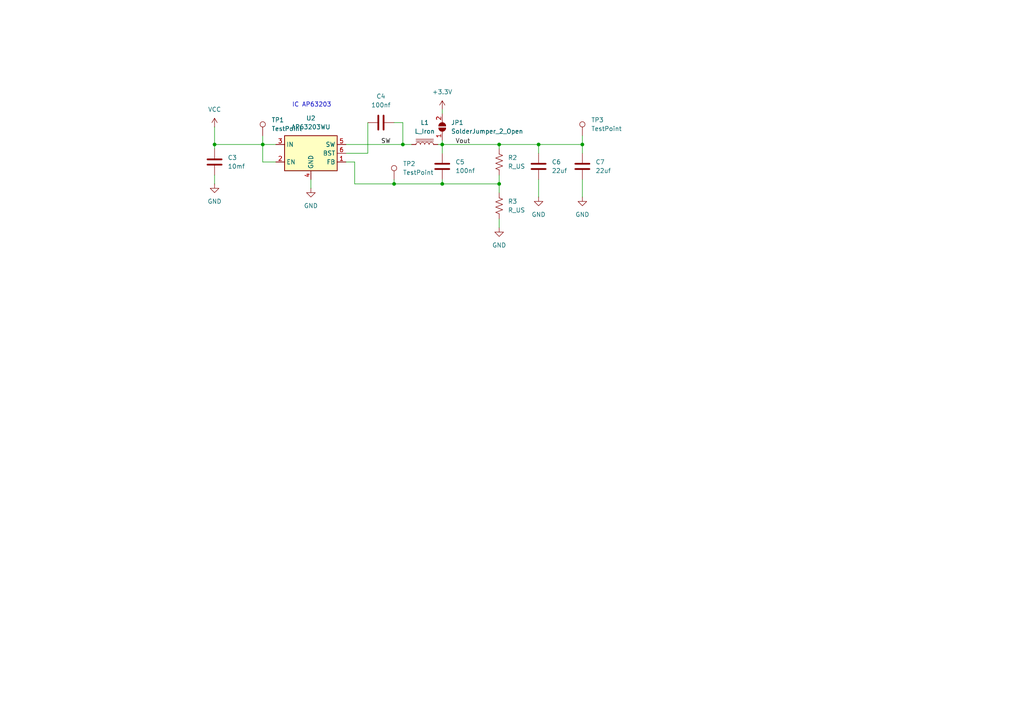
<source format=kicad_sch>
(kicad_sch
	(version 20250114)
	(generator "eeschema")
	(generator_version "9.0")
	(uuid "f319de47-5758-40a6-b80b-836c8115c4c8")
	(paper "A4")
	(lib_symbols
		(symbol "Connector:TestPoint"
			(pin_numbers
				(hide yes)
			)
			(pin_names
				(offset 0.762)
				(hide yes)
			)
			(exclude_from_sim no)
			(in_bom yes)
			(on_board yes)
			(property "Reference" "TP"
				(at 0 6.858 0)
				(effects
					(font
						(size 1.27 1.27)
					)
				)
			)
			(property "Value" "TestPoint"
				(at 0 5.08 0)
				(effects
					(font
						(size 1.27 1.27)
					)
				)
			)
			(property "Footprint" ""
				(at 5.08 0 0)
				(effects
					(font
						(size 1.27 1.27)
					)
					(hide yes)
				)
			)
			(property "Datasheet" "~"
				(at 5.08 0 0)
				(effects
					(font
						(size 1.27 1.27)
					)
					(hide yes)
				)
			)
			(property "Description" "test point"
				(at 0 0 0)
				(effects
					(font
						(size 1.27 1.27)
					)
					(hide yes)
				)
			)
			(property "ki_keywords" "test point tp"
				(at 0 0 0)
				(effects
					(font
						(size 1.27 1.27)
					)
					(hide yes)
				)
			)
			(property "ki_fp_filters" "Pin* Test*"
				(at 0 0 0)
				(effects
					(font
						(size 1.27 1.27)
					)
					(hide yes)
				)
			)
			(symbol "TestPoint_0_1"
				(circle
					(center 0 3.302)
					(radius 0.762)
					(stroke
						(width 0)
						(type default)
					)
					(fill
						(type none)
					)
				)
			)
			(symbol "TestPoint_1_1"
				(pin passive line
					(at 0 0 90)
					(length 2.54)
					(name "1"
						(effects
							(font
								(size 1.27 1.27)
							)
						)
					)
					(number "1"
						(effects
							(font
								(size 1.27 1.27)
							)
						)
					)
				)
			)
			(embedded_fonts no)
		)
		(symbol "Device:C"
			(pin_numbers
				(hide yes)
			)
			(pin_names
				(offset 0.254)
			)
			(exclude_from_sim no)
			(in_bom yes)
			(on_board yes)
			(property "Reference" "C"
				(at 0.635 2.54 0)
				(effects
					(font
						(size 1.27 1.27)
					)
					(justify left)
				)
			)
			(property "Value" "C"
				(at 0.635 -2.54 0)
				(effects
					(font
						(size 1.27 1.27)
					)
					(justify left)
				)
			)
			(property "Footprint" ""
				(at 0.9652 -3.81 0)
				(effects
					(font
						(size 1.27 1.27)
					)
					(hide yes)
				)
			)
			(property "Datasheet" "~"
				(at 0 0 0)
				(effects
					(font
						(size 1.27 1.27)
					)
					(hide yes)
				)
			)
			(property "Description" "Unpolarized capacitor"
				(at 0 0 0)
				(effects
					(font
						(size 1.27 1.27)
					)
					(hide yes)
				)
			)
			(property "ki_keywords" "cap capacitor"
				(at 0 0 0)
				(effects
					(font
						(size 1.27 1.27)
					)
					(hide yes)
				)
			)
			(property "ki_fp_filters" "C_*"
				(at 0 0 0)
				(effects
					(font
						(size 1.27 1.27)
					)
					(hide yes)
				)
			)
			(symbol "C_0_1"
				(polyline
					(pts
						(xy -2.032 0.762) (xy 2.032 0.762)
					)
					(stroke
						(width 0.508)
						(type default)
					)
					(fill
						(type none)
					)
				)
				(polyline
					(pts
						(xy -2.032 -0.762) (xy 2.032 -0.762)
					)
					(stroke
						(width 0.508)
						(type default)
					)
					(fill
						(type none)
					)
				)
			)
			(symbol "C_1_1"
				(pin passive line
					(at 0 3.81 270)
					(length 2.794)
					(name "~"
						(effects
							(font
								(size 1.27 1.27)
							)
						)
					)
					(number "1"
						(effects
							(font
								(size 1.27 1.27)
							)
						)
					)
				)
				(pin passive line
					(at 0 -3.81 90)
					(length 2.794)
					(name "~"
						(effects
							(font
								(size 1.27 1.27)
							)
						)
					)
					(number "2"
						(effects
							(font
								(size 1.27 1.27)
							)
						)
					)
				)
			)
			(embedded_fonts no)
		)
		(symbol "Device:L_Iron"
			(pin_numbers
				(hide yes)
			)
			(pin_names
				(offset 1.016)
				(hide yes)
			)
			(exclude_from_sim no)
			(in_bom yes)
			(on_board yes)
			(property "Reference" "L"
				(at -1.27 0 90)
				(effects
					(font
						(size 1.27 1.27)
					)
				)
			)
			(property "Value" "L_Iron"
				(at 2.794 0 90)
				(effects
					(font
						(size 1.27 1.27)
					)
				)
			)
			(property "Footprint" ""
				(at 0 0 0)
				(effects
					(font
						(size 1.27 1.27)
					)
					(hide yes)
				)
			)
			(property "Datasheet" "~"
				(at 0 0 0)
				(effects
					(font
						(size 1.27 1.27)
					)
					(hide yes)
				)
			)
			(property "Description" "Inductor with iron core"
				(at 0 0 0)
				(effects
					(font
						(size 1.27 1.27)
					)
					(hide yes)
				)
			)
			(property "ki_keywords" "inductor choke coil reactor magnetic"
				(at 0 0 0)
				(effects
					(font
						(size 1.27 1.27)
					)
					(hide yes)
				)
			)
			(property "ki_fp_filters" "Choke_* *Coil* Inductor_* L_*"
				(at 0 0 0)
				(effects
					(font
						(size 1.27 1.27)
					)
					(hide yes)
				)
			)
			(symbol "L_Iron_0_1"
				(arc
					(start 0 2.54)
					(mid 0.6323 1.905)
					(end 0 1.27)
					(stroke
						(width 0)
						(type default)
					)
					(fill
						(type none)
					)
				)
				(arc
					(start 0 1.27)
					(mid 0.6323 0.635)
					(end 0 0)
					(stroke
						(width 0)
						(type default)
					)
					(fill
						(type none)
					)
				)
				(arc
					(start 0 0)
					(mid 0.6323 -0.635)
					(end 0 -1.27)
					(stroke
						(width 0)
						(type default)
					)
					(fill
						(type none)
					)
				)
				(arc
					(start 0 -1.27)
					(mid 0.6323 -1.905)
					(end 0 -2.54)
					(stroke
						(width 0)
						(type default)
					)
					(fill
						(type none)
					)
				)
				(polyline
					(pts
						(xy 1.016 2.54) (xy 1.016 -2.54)
					)
					(stroke
						(width 0)
						(type default)
					)
					(fill
						(type none)
					)
				)
				(polyline
					(pts
						(xy 1.524 -2.54) (xy 1.524 2.54)
					)
					(stroke
						(width 0)
						(type default)
					)
					(fill
						(type none)
					)
				)
			)
			(symbol "L_Iron_1_1"
				(pin passive line
					(at 0 3.81 270)
					(length 1.27)
					(name "1"
						(effects
							(font
								(size 1.27 1.27)
							)
						)
					)
					(number "1"
						(effects
							(font
								(size 1.27 1.27)
							)
						)
					)
				)
				(pin passive line
					(at 0 -3.81 90)
					(length 1.27)
					(name "2"
						(effects
							(font
								(size 1.27 1.27)
							)
						)
					)
					(number "2"
						(effects
							(font
								(size 1.27 1.27)
							)
						)
					)
				)
			)
			(embedded_fonts no)
		)
		(symbol "Device:R_US"
			(pin_numbers
				(hide yes)
			)
			(pin_names
				(offset 0)
			)
			(exclude_from_sim no)
			(in_bom yes)
			(on_board yes)
			(property "Reference" "R"
				(at 2.54 0 90)
				(effects
					(font
						(size 1.27 1.27)
					)
				)
			)
			(property "Value" "R_US"
				(at -2.54 0 90)
				(effects
					(font
						(size 1.27 1.27)
					)
				)
			)
			(property "Footprint" ""
				(at 1.016 -0.254 90)
				(effects
					(font
						(size 1.27 1.27)
					)
					(hide yes)
				)
			)
			(property "Datasheet" "~"
				(at 0 0 0)
				(effects
					(font
						(size 1.27 1.27)
					)
					(hide yes)
				)
			)
			(property "Description" "Resistor, US symbol"
				(at 0 0 0)
				(effects
					(font
						(size 1.27 1.27)
					)
					(hide yes)
				)
			)
			(property "ki_keywords" "R res resistor"
				(at 0 0 0)
				(effects
					(font
						(size 1.27 1.27)
					)
					(hide yes)
				)
			)
			(property "ki_fp_filters" "R_*"
				(at 0 0 0)
				(effects
					(font
						(size 1.27 1.27)
					)
					(hide yes)
				)
			)
			(symbol "R_US_0_1"
				(polyline
					(pts
						(xy 0 2.286) (xy 0 2.54)
					)
					(stroke
						(width 0)
						(type default)
					)
					(fill
						(type none)
					)
				)
				(polyline
					(pts
						(xy 0 2.286) (xy 1.016 1.905) (xy 0 1.524) (xy -1.016 1.143) (xy 0 0.762)
					)
					(stroke
						(width 0)
						(type default)
					)
					(fill
						(type none)
					)
				)
				(polyline
					(pts
						(xy 0 0.762) (xy 1.016 0.381) (xy 0 0) (xy -1.016 -0.381) (xy 0 -0.762)
					)
					(stroke
						(width 0)
						(type default)
					)
					(fill
						(type none)
					)
				)
				(polyline
					(pts
						(xy 0 -0.762) (xy 1.016 -1.143) (xy 0 -1.524) (xy -1.016 -1.905) (xy 0 -2.286)
					)
					(stroke
						(width 0)
						(type default)
					)
					(fill
						(type none)
					)
				)
				(polyline
					(pts
						(xy 0 -2.286) (xy 0 -2.54)
					)
					(stroke
						(width 0)
						(type default)
					)
					(fill
						(type none)
					)
				)
			)
			(symbol "R_US_1_1"
				(pin passive line
					(at 0 3.81 270)
					(length 1.27)
					(name "~"
						(effects
							(font
								(size 1.27 1.27)
							)
						)
					)
					(number "1"
						(effects
							(font
								(size 1.27 1.27)
							)
						)
					)
				)
				(pin passive line
					(at 0 -3.81 90)
					(length 1.27)
					(name "~"
						(effects
							(font
								(size 1.27 1.27)
							)
						)
					)
					(number "2"
						(effects
							(font
								(size 1.27 1.27)
							)
						)
					)
				)
			)
			(embedded_fonts no)
		)
		(symbol "Jumper:SolderJumper_2_Open"
			(pin_names
				(offset 0)
				(hide yes)
			)
			(exclude_from_sim no)
			(in_bom yes)
			(on_board yes)
			(property "Reference" "JP"
				(at 0 2.032 0)
				(effects
					(font
						(size 1.27 1.27)
					)
				)
			)
			(property "Value" "SolderJumper_2_Open"
				(at 0 -2.54 0)
				(effects
					(font
						(size 1.27 1.27)
					)
				)
			)
			(property "Footprint" ""
				(at 0 0 0)
				(effects
					(font
						(size 1.27 1.27)
					)
					(hide yes)
				)
			)
			(property "Datasheet" "~"
				(at 0 0 0)
				(effects
					(font
						(size 1.27 1.27)
					)
					(hide yes)
				)
			)
			(property "Description" "Solder Jumper, 2-pole, open"
				(at 0 0 0)
				(effects
					(font
						(size 1.27 1.27)
					)
					(hide yes)
				)
			)
			(property "ki_keywords" "solder jumper SPST"
				(at 0 0 0)
				(effects
					(font
						(size 1.27 1.27)
					)
					(hide yes)
				)
			)
			(property "ki_fp_filters" "SolderJumper*Open*"
				(at 0 0 0)
				(effects
					(font
						(size 1.27 1.27)
					)
					(hide yes)
				)
			)
			(symbol "SolderJumper_2_Open_0_1"
				(polyline
					(pts
						(xy -0.254 1.016) (xy -0.254 -1.016)
					)
					(stroke
						(width 0)
						(type default)
					)
					(fill
						(type none)
					)
				)
				(arc
					(start -0.254 -1.016)
					(mid -1.2656 0)
					(end -0.254 1.016)
					(stroke
						(width 0)
						(type default)
					)
					(fill
						(type none)
					)
				)
				(arc
					(start -0.254 -1.016)
					(mid -1.2656 0)
					(end -0.254 1.016)
					(stroke
						(width 0)
						(type default)
					)
					(fill
						(type outline)
					)
				)
				(arc
					(start 0.254 1.016)
					(mid 1.2656 0)
					(end 0.254 -1.016)
					(stroke
						(width 0)
						(type default)
					)
					(fill
						(type none)
					)
				)
				(arc
					(start 0.254 1.016)
					(mid 1.2656 0)
					(end 0.254 -1.016)
					(stroke
						(width 0)
						(type default)
					)
					(fill
						(type outline)
					)
				)
				(polyline
					(pts
						(xy 0.254 1.016) (xy 0.254 -1.016)
					)
					(stroke
						(width 0)
						(type default)
					)
					(fill
						(type none)
					)
				)
			)
			(symbol "SolderJumper_2_Open_1_1"
				(pin passive line
					(at -3.81 0 0)
					(length 2.54)
					(name "A"
						(effects
							(font
								(size 1.27 1.27)
							)
						)
					)
					(number "1"
						(effects
							(font
								(size 1.27 1.27)
							)
						)
					)
				)
				(pin passive line
					(at 3.81 0 180)
					(length 2.54)
					(name "B"
						(effects
							(font
								(size 1.27 1.27)
							)
						)
					)
					(number "2"
						(effects
							(font
								(size 1.27 1.27)
							)
						)
					)
				)
			)
			(embedded_fonts no)
		)
		(symbol "Regulator_Switching:AP63203WU"
			(exclude_from_sim no)
			(in_bom yes)
			(on_board yes)
			(property "Reference" "U"
				(at -7.62 6.35 0)
				(effects
					(font
						(size 1.27 1.27)
					)
				)
			)
			(property "Value" "AP63203WU"
				(at 2.54 6.35 0)
				(effects
					(font
						(size 1.27 1.27)
					)
				)
			)
			(property "Footprint" "Package_TO_SOT_SMD:TSOT-23-6"
				(at 0 -22.86 0)
				(effects
					(font
						(size 1.27 1.27)
					)
					(hide yes)
				)
			)
			(property "Datasheet" "https://www.diodes.com/assets/Datasheets/AP63200-AP63201-AP63203-AP63205.pdf"
				(at 0 0 0)
				(effects
					(font
						(size 1.27 1.27)
					)
					(hide yes)
				)
			)
			(property "Description" "2A, 1.1MHz Buck DC/DC Converter, fixed 3.3V output voltage, TSOT-23-6"
				(at 0 0 0)
				(effects
					(font
						(size 1.27 1.27)
					)
					(hide yes)
				)
			)
			(property "ki_keywords" "2A Buck DC/DC"
				(at 0 0 0)
				(effects
					(font
						(size 1.27 1.27)
					)
					(hide yes)
				)
			)
			(property "ki_fp_filters" "TSOT?23*"
				(at 0 0 0)
				(effects
					(font
						(size 1.27 1.27)
					)
					(hide yes)
				)
			)
			(symbol "AP63203WU_0_1"
				(rectangle
					(start -7.62 5.08)
					(end 7.62 -5.08)
					(stroke
						(width 0.254)
						(type default)
					)
					(fill
						(type background)
					)
				)
			)
			(symbol "AP63203WU_1_1"
				(pin power_in line
					(at -10.16 2.54 0)
					(length 2.54)
					(name "IN"
						(effects
							(font
								(size 1.27 1.27)
							)
						)
					)
					(number "3"
						(effects
							(font
								(size 1.27 1.27)
							)
						)
					)
				)
				(pin input line
					(at -10.16 -2.54 0)
					(length 2.54)
					(name "EN"
						(effects
							(font
								(size 1.27 1.27)
							)
						)
					)
					(number "2"
						(effects
							(font
								(size 1.27 1.27)
							)
						)
					)
				)
				(pin power_in line
					(at 0 -7.62 90)
					(length 2.54)
					(name "GND"
						(effects
							(font
								(size 1.27 1.27)
							)
						)
					)
					(number "4"
						(effects
							(font
								(size 1.27 1.27)
							)
						)
					)
				)
				(pin output line
					(at 10.16 2.54 180)
					(length 2.54)
					(name "SW"
						(effects
							(font
								(size 1.27 1.27)
							)
						)
					)
					(number "5"
						(effects
							(font
								(size 1.27 1.27)
							)
						)
					)
				)
				(pin passive line
					(at 10.16 0 180)
					(length 2.54)
					(name "BST"
						(effects
							(font
								(size 1.27 1.27)
							)
						)
					)
					(number "6"
						(effects
							(font
								(size 1.27 1.27)
							)
						)
					)
				)
				(pin input line
					(at 10.16 -2.54 180)
					(length 2.54)
					(name "FB"
						(effects
							(font
								(size 1.27 1.27)
							)
						)
					)
					(number "1"
						(effects
							(font
								(size 1.27 1.27)
							)
						)
					)
				)
			)
			(embedded_fonts no)
		)
		(symbol "power:+3.3V"
			(power)
			(pin_numbers
				(hide yes)
			)
			(pin_names
				(offset 0)
				(hide yes)
			)
			(exclude_from_sim no)
			(in_bom yes)
			(on_board yes)
			(property "Reference" "#PWR"
				(at 0 -3.81 0)
				(effects
					(font
						(size 1.27 1.27)
					)
					(hide yes)
				)
			)
			(property "Value" "+3.3V"
				(at 0 3.556 0)
				(effects
					(font
						(size 1.27 1.27)
					)
				)
			)
			(property "Footprint" ""
				(at 0 0 0)
				(effects
					(font
						(size 1.27 1.27)
					)
					(hide yes)
				)
			)
			(property "Datasheet" ""
				(at 0 0 0)
				(effects
					(font
						(size 1.27 1.27)
					)
					(hide yes)
				)
			)
			(property "Description" "Power symbol creates a global label with name \"+3.3V\""
				(at 0 0 0)
				(effects
					(font
						(size 1.27 1.27)
					)
					(hide yes)
				)
			)
			(property "ki_keywords" "global power"
				(at 0 0 0)
				(effects
					(font
						(size 1.27 1.27)
					)
					(hide yes)
				)
			)
			(symbol "+3.3V_0_1"
				(polyline
					(pts
						(xy -0.762 1.27) (xy 0 2.54)
					)
					(stroke
						(width 0)
						(type default)
					)
					(fill
						(type none)
					)
				)
				(polyline
					(pts
						(xy 0 2.54) (xy 0.762 1.27)
					)
					(stroke
						(width 0)
						(type default)
					)
					(fill
						(type none)
					)
				)
				(polyline
					(pts
						(xy 0 0) (xy 0 2.54)
					)
					(stroke
						(width 0)
						(type default)
					)
					(fill
						(type none)
					)
				)
			)
			(symbol "+3.3V_1_1"
				(pin power_in line
					(at 0 0 90)
					(length 0)
					(name "~"
						(effects
							(font
								(size 1.27 1.27)
							)
						)
					)
					(number "1"
						(effects
							(font
								(size 1.27 1.27)
							)
						)
					)
				)
			)
			(embedded_fonts no)
		)
		(symbol "power:GND"
			(power)
			(pin_numbers
				(hide yes)
			)
			(pin_names
				(offset 0)
				(hide yes)
			)
			(exclude_from_sim no)
			(in_bom yes)
			(on_board yes)
			(property "Reference" "#PWR"
				(at 0 -6.35 0)
				(effects
					(font
						(size 1.27 1.27)
					)
					(hide yes)
				)
			)
			(property "Value" "GND"
				(at 0 -3.81 0)
				(effects
					(font
						(size 1.27 1.27)
					)
				)
			)
			(property "Footprint" ""
				(at 0 0 0)
				(effects
					(font
						(size 1.27 1.27)
					)
					(hide yes)
				)
			)
			(property "Datasheet" ""
				(at 0 0 0)
				(effects
					(font
						(size 1.27 1.27)
					)
					(hide yes)
				)
			)
			(property "Description" "Power symbol creates a global label with name \"GND\" , ground"
				(at 0 0 0)
				(effects
					(font
						(size 1.27 1.27)
					)
					(hide yes)
				)
			)
			(property "ki_keywords" "global power"
				(at 0 0 0)
				(effects
					(font
						(size 1.27 1.27)
					)
					(hide yes)
				)
			)
			(symbol "GND_0_1"
				(polyline
					(pts
						(xy 0 0) (xy 0 -1.27) (xy 1.27 -1.27) (xy 0 -2.54) (xy -1.27 -1.27) (xy 0 -1.27)
					)
					(stroke
						(width 0)
						(type default)
					)
					(fill
						(type none)
					)
				)
			)
			(symbol "GND_1_1"
				(pin power_in line
					(at 0 0 270)
					(length 0)
					(name "~"
						(effects
							(font
								(size 1.27 1.27)
							)
						)
					)
					(number "1"
						(effects
							(font
								(size 1.27 1.27)
							)
						)
					)
				)
			)
			(embedded_fonts no)
		)
		(symbol "power:VCC"
			(power)
			(pin_numbers
				(hide yes)
			)
			(pin_names
				(offset 0)
				(hide yes)
			)
			(exclude_from_sim no)
			(in_bom yes)
			(on_board yes)
			(property "Reference" "#PWR"
				(at 0 -3.81 0)
				(effects
					(font
						(size 1.27 1.27)
					)
					(hide yes)
				)
			)
			(property "Value" "VCC"
				(at 0 3.556 0)
				(effects
					(font
						(size 1.27 1.27)
					)
				)
			)
			(property "Footprint" ""
				(at 0 0 0)
				(effects
					(font
						(size 1.27 1.27)
					)
					(hide yes)
				)
			)
			(property "Datasheet" ""
				(at 0 0 0)
				(effects
					(font
						(size 1.27 1.27)
					)
					(hide yes)
				)
			)
			(property "Description" "Power symbol creates a global label with name \"VCC\""
				(at 0 0 0)
				(effects
					(font
						(size 1.27 1.27)
					)
					(hide yes)
				)
			)
			(property "ki_keywords" "global power"
				(at 0 0 0)
				(effects
					(font
						(size 1.27 1.27)
					)
					(hide yes)
				)
			)
			(symbol "VCC_0_1"
				(polyline
					(pts
						(xy -0.762 1.27) (xy 0 2.54)
					)
					(stroke
						(width 0)
						(type default)
					)
					(fill
						(type none)
					)
				)
				(polyline
					(pts
						(xy 0 2.54) (xy 0.762 1.27)
					)
					(stroke
						(width 0)
						(type default)
					)
					(fill
						(type none)
					)
				)
				(polyline
					(pts
						(xy 0 0) (xy 0 2.54)
					)
					(stroke
						(width 0)
						(type default)
					)
					(fill
						(type none)
					)
				)
			)
			(symbol "VCC_1_1"
				(pin power_in line
					(at 0 0 90)
					(length 0)
					(name "~"
						(effects
							(font
								(size 1.27 1.27)
							)
						)
					)
					(number "1"
						(effects
							(font
								(size 1.27 1.27)
							)
						)
					)
				)
			)
			(embedded_fonts no)
		)
	)
	(text "IC AP63203\n"
		(exclude_from_sim no)
		(at 90.424 30.48 0)
		(effects
			(font
				(size 1.27 1.27)
			)
		)
		(uuid "82846acd-da59-4a07-840b-743d3ec581a9")
	)
	(junction
		(at 116.84 41.91)
		(diameter 0)
		(color 0 0 0 0)
		(uuid "02f9472a-0198-487d-8503-8c87766beed4")
	)
	(junction
		(at 114.3 53.34)
		(diameter 0)
		(color 0 0 0 0)
		(uuid "124a4937-9438-463f-96af-e043f103cec0")
	)
	(junction
		(at 156.21 41.91)
		(diameter 0)
		(color 0 0 0 0)
		(uuid "156a4d83-9543-4afa-b218-93f8e7526d3d")
	)
	(junction
		(at 144.78 53.34)
		(diameter 0)
		(color 0 0 0 0)
		(uuid "3b1b9261-6cf9-42b0-a470-ba34b33949a5")
	)
	(junction
		(at 128.27 53.34)
		(diameter 0)
		(color 0 0 0 0)
		(uuid "67390f41-c3e9-4216-8641-4684c817f87d")
	)
	(junction
		(at 62.23 41.91)
		(diameter 0)
		(color 0 0 0 0)
		(uuid "8c3c84f5-2ef3-41ac-aedf-9d3b7f62cc7d")
	)
	(junction
		(at 168.91 41.91)
		(diameter 0)
		(color 0 0 0 0)
		(uuid "bd99ec2e-0e86-4125-9063-48b4d5ae810b")
	)
	(junction
		(at 76.2 41.91)
		(diameter 0)
		(color 0 0 0 0)
		(uuid "c02c2b91-5794-4266-ba08-fce4b1a44358")
	)
	(junction
		(at 144.78 41.91)
		(diameter 0)
		(color 0 0 0 0)
		(uuid "d95f6e3f-d27a-4028-bf15-b624d1c9c22c")
	)
	(junction
		(at 128.27 41.91)
		(diameter 0)
		(color 0 0 0 0)
		(uuid "ebc98df1-ebd3-40ee-8bf2-eaccc9682b3e")
	)
	(wire
		(pts
			(xy 127 41.91) (xy 128.27 41.91)
		)
		(stroke
			(width 0)
			(type default)
		)
		(uuid "0172034d-42fa-470a-bed6-1289095dcc28")
	)
	(wire
		(pts
			(xy 114.3 52.07) (xy 114.3 53.34)
		)
		(stroke
			(width 0)
			(type default)
		)
		(uuid "062a5881-dd76-4c43-a342-8115c0adc469")
	)
	(wire
		(pts
			(xy 90.17 52.07) (xy 90.17 54.61)
		)
		(stroke
			(width 0)
			(type default)
		)
		(uuid "0be1bb9e-cb45-49e9-92b9-d7b74aeb6caa")
	)
	(wire
		(pts
			(xy 168.91 39.37) (xy 168.91 41.91)
		)
		(stroke
			(width 0)
			(type default)
		)
		(uuid "0d24b6ea-752a-4be0-a290-c1375fc5f59d")
	)
	(wire
		(pts
			(xy 62.23 50.8) (xy 62.23 53.34)
		)
		(stroke
			(width 0)
			(type default)
		)
		(uuid "12aee748-42e8-401b-8d33-bd0e4b8a9a9e")
	)
	(wire
		(pts
			(xy 62.23 36.83) (xy 62.23 41.91)
		)
		(stroke
			(width 0)
			(type default)
		)
		(uuid "155648a4-cc75-4ebe-b540-0561fcedb0f5")
	)
	(wire
		(pts
			(xy 128.27 53.34) (xy 128.27 52.07)
		)
		(stroke
			(width 0)
			(type default)
		)
		(uuid "1b0484c6-07d3-461d-8683-ebbaf7aca38b")
	)
	(wire
		(pts
			(xy 80.01 41.91) (xy 76.2 41.91)
		)
		(stroke
			(width 0)
			(type default)
		)
		(uuid "23d992c6-9f69-47e9-87ac-a49dab016ebd")
	)
	(wire
		(pts
			(xy 114.3 35.56) (xy 116.84 35.56)
		)
		(stroke
			(width 0)
			(type default)
		)
		(uuid "245ff64b-da02-45e9-b10c-13be237d20bb")
	)
	(wire
		(pts
			(xy 116.84 35.56) (xy 116.84 41.91)
		)
		(stroke
			(width 0)
			(type default)
		)
		(uuid "246065f2-308b-4203-995d-9c4ada5ab0ca")
	)
	(wire
		(pts
			(xy 144.78 43.18) (xy 144.78 41.91)
		)
		(stroke
			(width 0)
			(type default)
		)
		(uuid "26b55e3d-6413-46dc-8142-b2b50cb4d9f4")
	)
	(wire
		(pts
			(xy 116.84 41.91) (xy 119.38 41.91)
		)
		(stroke
			(width 0)
			(type default)
		)
		(uuid "387bc918-bced-4728-8521-7badb780f7b4")
	)
	(wire
		(pts
			(xy 156.21 44.45) (xy 156.21 41.91)
		)
		(stroke
			(width 0)
			(type default)
		)
		(uuid "44966421-5c98-426a-b9de-4909ca61db95")
	)
	(wire
		(pts
			(xy 128.27 41.91) (xy 128.27 44.45)
		)
		(stroke
			(width 0)
			(type default)
		)
		(uuid "45094a06-6a9a-46c0-b387-23f460a35be7")
	)
	(wire
		(pts
			(xy 76.2 39.37) (xy 76.2 41.91)
		)
		(stroke
			(width 0)
			(type default)
		)
		(uuid "560c1897-d8a3-4f57-b8f2-b63b086d5daf")
	)
	(wire
		(pts
			(xy 144.78 53.34) (xy 144.78 55.88)
		)
		(stroke
			(width 0)
			(type default)
		)
		(uuid "58a63330-f2a1-479a-af85-52374945c984")
	)
	(wire
		(pts
			(xy 106.68 44.45) (xy 106.68 35.56)
		)
		(stroke
			(width 0)
			(type default)
		)
		(uuid "5c88cc42-6832-4773-ad44-3fca40f10524")
	)
	(wire
		(pts
			(xy 168.91 44.45) (xy 168.91 41.91)
		)
		(stroke
			(width 0)
			(type default)
		)
		(uuid "6a9ae448-f369-47a6-a2d3-9190771e594b")
	)
	(wire
		(pts
			(xy 76.2 41.91) (xy 62.23 41.91)
		)
		(stroke
			(width 0)
			(type default)
		)
		(uuid "6c2a6b57-725b-42bc-8376-6b471dda17d9")
	)
	(wire
		(pts
			(xy 168.91 41.91) (xy 156.21 41.91)
		)
		(stroke
			(width 0)
			(type default)
		)
		(uuid "7d81070b-09cd-4ccb-aa7b-1a7993d58a18")
	)
	(wire
		(pts
			(xy 102.87 53.34) (xy 114.3 53.34)
		)
		(stroke
			(width 0)
			(type default)
		)
		(uuid "80a21ad5-01f8-443b-89e5-cfe0834e1500")
	)
	(wire
		(pts
			(xy 156.21 41.91) (xy 144.78 41.91)
		)
		(stroke
			(width 0)
			(type default)
		)
		(uuid "8924b730-4a4a-42f9-994c-9cce008348a9")
	)
	(wire
		(pts
			(xy 100.33 44.45) (xy 106.68 44.45)
		)
		(stroke
			(width 0)
			(type default)
		)
		(uuid "95e3c8cc-3591-4227-ba0b-6cf302043226")
	)
	(wire
		(pts
			(xy 80.01 46.99) (xy 76.2 46.99)
		)
		(stroke
			(width 0)
			(type default)
		)
		(uuid "9b6b3de5-d443-436a-b7b0-c922c121f3f4")
	)
	(wire
		(pts
			(xy 62.23 41.91) (xy 62.23 43.18)
		)
		(stroke
			(width 0)
			(type default)
		)
		(uuid "9dd1c945-519e-40d3-b882-332fad481030")
	)
	(wire
		(pts
			(xy 114.3 53.34) (xy 128.27 53.34)
		)
		(stroke
			(width 0)
			(type default)
		)
		(uuid "a3a157c9-ce23-4a5e-b2ee-0aa89a148180")
	)
	(wire
		(pts
			(xy 102.87 46.99) (xy 102.87 53.34)
		)
		(stroke
			(width 0)
			(type default)
		)
		(uuid "a57ad41b-56a8-48d6-8637-d5043dca9b3c")
	)
	(wire
		(pts
			(xy 128.27 31.75) (xy 128.27 33.02)
		)
		(stroke
			(width 0)
			(type default)
		)
		(uuid "aaa05373-6689-488b-8b37-f4af86a8ae84")
	)
	(wire
		(pts
			(xy 168.91 52.07) (xy 168.91 57.15)
		)
		(stroke
			(width 0)
			(type default)
		)
		(uuid "ac2cb8c4-0487-4100-b19c-e74047329716")
	)
	(wire
		(pts
			(xy 144.78 41.91) (xy 128.27 41.91)
		)
		(stroke
			(width 0)
			(type default)
		)
		(uuid "ac473e8c-74c0-4333-aaa6-ddb83efc3bc9")
	)
	(wire
		(pts
			(xy 156.21 52.07) (xy 156.21 57.15)
		)
		(stroke
			(width 0)
			(type default)
		)
		(uuid "af5d5511-c7d9-455b-8ebb-67e903351055")
	)
	(wire
		(pts
			(xy 144.78 63.5) (xy 144.78 66.04)
		)
		(stroke
			(width 0)
			(type default)
		)
		(uuid "b2ac3b6d-3724-4c1a-80b4-02762e5a1cb2")
	)
	(wire
		(pts
			(xy 100.33 41.91) (xy 116.84 41.91)
		)
		(stroke
			(width 0)
			(type default)
		)
		(uuid "b5af619c-86f2-4e90-bb57-2c44a588d639")
	)
	(wire
		(pts
			(xy 128.27 40.64) (xy 128.27 41.91)
		)
		(stroke
			(width 0)
			(type default)
		)
		(uuid "bdcd4ade-2174-4920-b96a-c73ef72f5139")
	)
	(wire
		(pts
			(xy 128.27 53.34) (xy 144.78 53.34)
		)
		(stroke
			(width 0)
			(type default)
		)
		(uuid "ca9b1bd5-a79c-41e8-84d2-30ad2f1b8ad2")
	)
	(wire
		(pts
			(xy 76.2 46.99) (xy 76.2 41.91)
		)
		(stroke
			(width 0)
			(type default)
		)
		(uuid "cb63dae0-fe36-47e5-a74a-095d74f19851")
	)
	(wire
		(pts
			(xy 102.87 46.99) (xy 100.33 46.99)
		)
		(stroke
			(width 0)
			(type default)
		)
		(uuid "ded4e9c8-ddea-4dd3-97b7-ff8575b60da3")
	)
	(wire
		(pts
			(xy 144.78 50.8) (xy 144.78 53.34)
		)
		(stroke
			(width 0)
			(type default)
		)
		(uuid "f10a6000-cbd0-47f9-b7e0-3d0068cf2c54")
	)
	(label "Vout"
		(at 132.08 41.91 0)
		(effects
			(font
				(size 1.27 1.27)
			)
			(justify left bottom)
		)
		(uuid "0a0f3201-f71e-4788-abe6-b2ea50a4130c")
	)
	(label "SW"
		(at 110.49 41.91 0)
		(effects
			(font
				(size 1.27 1.27)
			)
			(justify left bottom)
		)
		(uuid "1a6a5522-efdb-4da3-89f8-8330e032c706")
	)
	(symbol
		(lib_id "Device:C")
		(at 62.23 46.99 0)
		(unit 1)
		(exclude_from_sim no)
		(in_bom yes)
		(on_board yes)
		(dnp no)
		(fields_autoplaced yes)
		(uuid "29ae29e1-fee5-4102-9de1-13ba5b0bf4a5")
		(property "Reference" "C3"
			(at 66.04 45.7199 0)
			(effects
				(font
					(size 1.27 1.27)
				)
				(justify left)
			)
		)
		(property "Value" "10mf"
			(at 66.04 48.2599 0)
			(effects
				(font
					(size 1.27 1.27)
				)
				(justify left)
			)
		)
		(property "Footprint" "Capacitor_SMD:C_1206_3216Metric"
			(at 63.1952 50.8 0)
			(effects
				(font
					(size 1.27 1.27)
				)
				(hide yes)
			)
		)
		(property "Datasheet" "~"
			(at 62.23 46.99 0)
			(effects
				(font
					(size 1.27 1.27)
				)
				(hide yes)
			)
		)
		(property "Description" "Unpolarized capacitor"
			(at 62.23 46.99 0)
			(effects
				(font
					(size 1.27 1.27)
				)
				(hide yes)
			)
		)
		(pin "1"
			(uuid "a0caee0f-250b-4e2f-a08b-4b82d56b7c0f")
		)
		(pin "2"
			(uuid "0fa0064f-6001-4184-a33d-b36cb287a295")
		)
		(instances
			(project "ZorionX-Nivara"
				(path "/ae5c9891-8291-492e-8a61-8ac340267b67/d47eca49-96e4-4138-8979-47bb60019f67/67b154d6-e51e-4b3c-869c-5576b054501d"
					(reference "C3")
					(unit 1)
				)
			)
		)
	)
	(symbol
		(lib_id "power:+3.3V")
		(at 128.27 31.75 0)
		(unit 1)
		(exclude_from_sim no)
		(in_bom yes)
		(on_board yes)
		(dnp no)
		(fields_autoplaced yes)
		(uuid "2a3e9313-dbfd-4db8-bddd-649e0195529d")
		(property "Reference" "#PWR018"
			(at 128.27 35.56 0)
			(effects
				(font
					(size 1.27 1.27)
				)
				(hide yes)
			)
		)
		(property "Value" "+3.3V"
			(at 128.27 26.67 0)
			(effects
				(font
					(size 1.27 1.27)
				)
			)
		)
		(property "Footprint" ""
			(at 128.27 31.75 0)
			(effects
				(font
					(size 1.27 1.27)
				)
				(hide yes)
			)
		)
		(property "Datasheet" ""
			(at 128.27 31.75 0)
			(effects
				(font
					(size 1.27 1.27)
				)
				(hide yes)
			)
		)
		(property "Description" "Power symbol creates a global label with name \"+3.3V\""
			(at 128.27 31.75 0)
			(effects
				(font
					(size 1.27 1.27)
				)
				(hide yes)
			)
		)
		(pin "1"
			(uuid "5931689b-f8ea-45e4-90c3-87e774d9c7cf")
		)
		(instances
			(project "ZorionX-Nivara"
				(path "/ae5c9891-8291-492e-8a61-8ac340267b67/d47eca49-96e4-4138-8979-47bb60019f67/67b154d6-e51e-4b3c-869c-5576b054501d"
					(reference "#PWR018")
					(unit 1)
				)
			)
		)
	)
	(symbol
		(lib_id "Device:C")
		(at 156.21 48.26 0)
		(unit 1)
		(exclude_from_sim no)
		(in_bom yes)
		(on_board yes)
		(dnp no)
		(fields_autoplaced yes)
		(uuid "5d3d4d4b-2735-40a4-b27c-d82b631448f6")
		(property "Reference" "C6"
			(at 160.02 46.9899 0)
			(effects
				(font
					(size 1.27 1.27)
				)
				(justify left)
			)
		)
		(property "Value" "22uf"
			(at 160.02 49.5299 0)
			(effects
				(font
					(size 1.27 1.27)
				)
				(justify left)
			)
		)
		(property "Footprint" "Capacitor_SMD:C_0805_2012Metric"
			(at 157.1752 52.07 0)
			(effects
				(font
					(size 1.27 1.27)
				)
				(hide yes)
			)
		)
		(property "Datasheet" "~"
			(at 156.21 48.26 0)
			(effects
				(font
					(size 1.27 1.27)
				)
				(hide yes)
			)
		)
		(property "Description" "Unpolarized capacitor"
			(at 156.21 48.26 0)
			(effects
				(font
					(size 1.27 1.27)
				)
				(hide yes)
			)
		)
		(pin "1"
			(uuid "137ce01d-e0b1-40b1-a2af-be5f024877fe")
		)
		(pin "2"
			(uuid "e9b64847-d4db-43c1-8f27-a35b8bdda5b9")
		)
		(instances
			(project "ZorionX-Nivara"
				(path "/ae5c9891-8291-492e-8a61-8ac340267b67/d47eca49-96e4-4138-8979-47bb60019f67/67b154d6-e51e-4b3c-869c-5576b054501d"
					(reference "C6")
					(unit 1)
				)
			)
		)
	)
	(symbol
		(lib_id "Device:R_US")
		(at 144.78 59.69 0)
		(unit 1)
		(exclude_from_sim no)
		(in_bom yes)
		(on_board yes)
		(dnp no)
		(fields_autoplaced yes)
		(uuid "684bb1a7-c7a8-4f4e-930a-a0e23f1a1125")
		(property "Reference" "R3"
			(at 147.32 58.4199 0)
			(effects
				(font
					(size 1.27 1.27)
				)
				(justify left)
			)
		)
		(property "Value" "R_US"
			(at 147.32 60.9599 0)
			(effects
				(font
					(size 1.27 1.27)
				)
				(justify left)
			)
		)
		(property "Footprint" "Resistor_SMD:R_0603_1608Metric"
			(at 145.796 59.944 90)
			(effects
				(font
					(size 1.27 1.27)
				)
				(hide yes)
			)
		)
		(property "Datasheet" "~"
			(at 144.78 59.69 0)
			(effects
				(font
					(size 1.27 1.27)
				)
				(hide yes)
			)
		)
		(property "Description" "Resistor, US symbol"
			(at 144.78 59.69 0)
			(effects
				(font
					(size 1.27 1.27)
				)
				(hide yes)
			)
		)
		(pin "1"
			(uuid "d0d5d58e-73e4-45cf-9547-08beff40d232")
		)
		(pin "2"
			(uuid "22f5ffda-2b53-49c3-b3d4-e75bb6f19699")
		)
		(instances
			(project "ZorionX-Nivara"
				(path "/ae5c9891-8291-492e-8a61-8ac340267b67/d47eca49-96e4-4138-8979-47bb60019f67/67b154d6-e51e-4b3c-869c-5576b054501d"
					(reference "R3")
					(unit 1)
				)
			)
		)
	)
	(symbol
		(lib_id "Connector:TestPoint")
		(at 76.2 39.37 0)
		(unit 1)
		(exclude_from_sim no)
		(in_bom yes)
		(on_board yes)
		(dnp no)
		(fields_autoplaced yes)
		(uuid "76ed4da0-5be5-4ca3-8a81-56a6cef01d08")
		(property "Reference" "TP1"
			(at 78.74 34.7979 0)
			(effects
				(font
					(size 1.27 1.27)
				)
				(justify left)
			)
		)
		(property "Value" "TestPoint"
			(at 78.74 37.3379 0)
			(effects
				(font
					(size 1.27 1.27)
				)
				(justify left)
			)
		)
		(property "Footprint" "TestPoint:TestPoint_THTPad_1.0x1.0mm_Drill0.5mm"
			(at 81.28 39.37 0)
			(effects
				(font
					(size 1.27 1.27)
				)
				(hide yes)
			)
		)
		(property "Datasheet" "~"
			(at 81.28 39.37 0)
			(effects
				(font
					(size 1.27 1.27)
				)
				(hide yes)
			)
		)
		(property "Description" "test point"
			(at 76.2 39.37 0)
			(effects
				(font
					(size 1.27 1.27)
				)
				(hide yes)
			)
		)
		(pin "1"
			(uuid "ac7e85b4-e8a8-4541-b366-f70494d74ee2")
		)
		(instances
			(project "ZorionX-Nivara"
				(path "/ae5c9891-8291-492e-8a61-8ac340267b67/d47eca49-96e4-4138-8979-47bb60019f67/67b154d6-e51e-4b3c-869c-5576b054501d"
					(reference "TP1")
					(unit 1)
				)
			)
		)
	)
	(symbol
		(lib_id "Connector:TestPoint")
		(at 114.3 52.07 0)
		(unit 1)
		(exclude_from_sim no)
		(in_bom yes)
		(on_board yes)
		(dnp no)
		(fields_autoplaced yes)
		(uuid "8691af09-986d-4f75-b191-f82707d1cc39")
		(property "Reference" "TP2"
			(at 116.84 47.4979 0)
			(effects
				(font
					(size 1.27 1.27)
				)
				(justify left)
			)
		)
		(property "Value" "TestPoint"
			(at 116.84 50.0379 0)
			(effects
				(font
					(size 1.27 1.27)
				)
				(justify left)
			)
		)
		(property "Footprint" "TestPoint:TestPoint_THTPad_1.0x1.0mm_Drill0.5mm"
			(at 119.38 52.07 0)
			(effects
				(font
					(size 1.27 1.27)
				)
				(hide yes)
			)
		)
		(property "Datasheet" "~"
			(at 119.38 52.07 0)
			(effects
				(font
					(size 1.27 1.27)
				)
				(hide yes)
			)
		)
		(property "Description" "test point"
			(at 114.3 52.07 0)
			(effects
				(font
					(size 1.27 1.27)
				)
				(hide yes)
			)
		)
		(pin "1"
			(uuid "327530f8-741b-4eb9-9d30-9f8f0ab6c2da")
		)
		(instances
			(project "ZorionX-Nivara"
				(path "/ae5c9891-8291-492e-8a61-8ac340267b67/d47eca49-96e4-4138-8979-47bb60019f67/67b154d6-e51e-4b3c-869c-5576b054501d"
					(reference "TP2")
					(unit 1)
				)
			)
		)
	)
	(symbol
		(lib_id "Device:L_Iron")
		(at 123.19 41.91 90)
		(unit 1)
		(exclude_from_sim no)
		(in_bom yes)
		(on_board yes)
		(dnp no)
		(fields_autoplaced yes)
		(uuid "8cced312-ceae-4017-8c24-86b29cdfba09")
		(property "Reference" "L1"
			(at 123.19 35.56 90)
			(effects
				(font
					(size 1.27 1.27)
				)
			)
		)
		(property "Value" "L_Iron"
			(at 123.19 38.1 90)
			(effects
				(font
					(size 1.27 1.27)
				)
			)
		)
		(property "Footprint" "Inductor_SMD:L_Bourns-SRN6028"
			(at 123.19 41.91 0)
			(effects
				(font
					(size 1.27 1.27)
				)
				(hide yes)
			)
		)
		(property "Datasheet" "~"
			(at 123.19 41.91 0)
			(effects
				(font
					(size 1.27 1.27)
				)
				(hide yes)
			)
		)
		(property "Description" "Inductor with iron core"
			(at 123.19 41.91 0)
			(effects
				(font
					(size 1.27 1.27)
				)
				(hide yes)
			)
		)
		(pin "1"
			(uuid "15bc9418-328d-43c5-b020-1fc112314ef3")
		)
		(pin "2"
			(uuid "5d6aff53-e87d-4225-916c-31837a1600b3")
		)
		(instances
			(project "ZorionX-Nivara"
				(path "/ae5c9891-8291-492e-8a61-8ac340267b67/d47eca49-96e4-4138-8979-47bb60019f67/67b154d6-e51e-4b3c-869c-5576b054501d"
					(reference "L1")
					(unit 1)
				)
			)
		)
	)
	(symbol
		(lib_id "power:GND")
		(at 168.91 57.15 0)
		(unit 1)
		(exclude_from_sim no)
		(in_bom yes)
		(on_board yes)
		(dnp no)
		(fields_autoplaced yes)
		(uuid "938a2a2a-2e5b-4ee9-bdb7-9b3cab9b94d8")
		(property "Reference" "#PWR021"
			(at 168.91 63.5 0)
			(effects
				(font
					(size 1.27 1.27)
				)
				(hide yes)
			)
		)
		(property "Value" "GND"
			(at 168.91 62.23 0)
			(effects
				(font
					(size 1.27 1.27)
				)
			)
		)
		(property "Footprint" ""
			(at 168.91 57.15 0)
			(effects
				(font
					(size 1.27 1.27)
				)
				(hide yes)
			)
		)
		(property "Datasheet" ""
			(at 168.91 57.15 0)
			(effects
				(font
					(size 1.27 1.27)
				)
				(hide yes)
			)
		)
		(property "Description" "Power symbol creates a global label with name \"GND\" , ground"
			(at 168.91 57.15 0)
			(effects
				(font
					(size 1.27 1.27)
				)
				(hide yes)
			)
		)
		(pin "1"
			(uuid "da1742dc-9898-4812-8c1a-3d12ca9731ac")
		)
		(instances
			(project "ZorionX-Nivara"
				(path "/ae5c9891-8291-492e-8a61-8ac340267b67/d47eca49-96e4-4138-8979-47bb60019f67/67b154d6-e51e-4b3c-869c-5576b054501d"
					(reference "#PWR021")
					(unit 1)
				)
			)
		)
	)
	(symbol
		(lib_id "Device:C")
		(at 110.49 35.56 90)
		(unit 1)
		(exclude_from_sim no)
		(in_bom yes)
		(on_board yes)
		(dnp no)
		(fields_autoplaced yes)
		(uuid "985583c3-5f4b-4c04-b4bd-6aa2b601455d")
		(property "Reference" "C4"
			(at 110.49 27.94 90)
			(effects
				(font
					(size 1.27 1.27)
				)
			)
		)
		(property "Value" "100nf"
			(at 110.49 30.48 90)
			(effects
				(font
					(size 1.27 1.27)
				)
			)
		)
		(property "Footprint" "Capacitor_SMD:C_0603_1608Metric"
			(at 114.3 34.5948 0)
			(effects
				(font
					(size 1.27 1.27)
				)
				(hide yes)
			)
		)
		(property "Datasheet" "~"
			(at 110.49 35.56 0)
			(effects
				(font
					(size 1.27 1.27)
				)
				(hide yes)
			)
		)
		(property "Description" "Unpolarized capacitor"
			(at 110.49 35.56 0)
			(effects
				(font
					(size 1.27 1.27)
				)
				(hide yes)
			)
		)
		(pin "1"
			(uuid "1fd1cb85-4167-4386-a7c9-2ff8765e90d0")
		)
		(pin "2"
			(uuid "b40bc729-dff4-4307-bdcf-76a388b9c0b0")
		)
		(instances
			(project "ZorionX-Nivara"
				(path "/ae5c9891-8291-492e-8a61-8ac340267b67/d47eca49-96e4-4138-8979-47bb60019f67/67b154d6-e51e-4b3c-869c-5576b054501d"
					(reference "C4")
					(unit 1)
				)
			)
		)
	)
	(symbol
		(lib_id "power:GND")
		(at 156.21 57.15 0)
		(unit 1)
		(exclude_from_sim no)
		(in_bom yes)
		(on_board yes)
		(dnp no)
		(fields_autoplaced yes)
		(uuid "9e1713c0-b1fd-435f-a89c-b18adf4e7ae7")
		(property "Reference" "#PWR020"
			(at 156.21 63.5 0)
			(effects
				(font
					(size 1.27 1.27)
				)
				(hide yes)
			)
		)
		(property "Value" "GND"
			(at 156.21 62.23 0)
			(effects
				(font
					(size 1.27 1.27)
				)
			)
		)
		(property "Footprint" ""
			(at 156.21 57.15 0)
			(effects
				(font
					(size 1.27 1.27)
				)
				(hide yes)
			)
		)
		(property "Datasheet" ""
			(at 156.21 57.15 0)
			(effects
				(font
					(size 1.27 1.27)
				)
				(hide yes)
			)
		)
		(property "Description" "Power symbol creates a global label with name \"GND\" , ground"
			(at 156.21 57.15 0)
			(effects
				(font
					(size 1.27 1.27)
				)
				(hide yes)
			)
		)
		(pin "1"
			(uuid "83831ec2-d693-462f-9ad9-dd7091ed60e8")
		)
		(instances
			(project "ZorionX-Nivara"
				(path "/ae5c9891-8291-492e-8a61-8ac340267b67/d47eca49-96e4-4138-8979-47bb60019f67/67b154d6-e51e-4b3c-869c-5576b054501d"
					(reference "#PWR020")
					(unit 1)
				)
			)
		)
	)
	(symbol
		(lib_id "Device:C")
		(at 128.27 48.26 0)
		(unit 1)
		(exclude_from_sim no)
		(in_bom yes)
		(on_board yes)
		(dnp no)
		(fields_autoplaced yes)
		(uuid "a5985ddd-dda0-4ecb-97d1-4b71af0123b8")
		(property "Reference" "C5"
			(at 132.08 46.9899 0)
			(effects
				(font
					(size 1.27 1.27)
				)
				(justify left)
			)
		)
		(property "Value" "100nf"
			(at 132.08 49.5299 0)
			(effects
				(font
					(size 1.27 1.27)
				)
				(justify left)
			)
		)
		(property "Footprint" "Capacitor_SMD:C_0603_1608Metric"
			(at 129.2352 52.07 0)
			(effects
				(font
					(size 1.27 1.27)
				)
				(hide yes)
			)
		)
		(property "Datasheet" "~"
			(at 128.27 48.26 0)
			(effects
				(font
					(size 1.27 1.27)
				)
				(hide yes)
			)
		)
		(property "Description" "Unpolarized capacitor"
			(at 128.27 48.26 0)
			(effects
				(font
					(size 1.27 1.27)
				)
				(hide yes)
			)
		)
		(pin "1"
			(uuid "2844dc33-fa94-4687-b0f5-842ef05dccf1")
		)
		(pin "2"
			(uuid "5398cf1a-f5ce-469e-aa81-7e9dd8a610d8")
		)
		(instances
			(project "ZorionX-Nivara"
				(path "/ae5c9891-8291-492e-8a61-8ac340267b67/d47eca49-96e4-4138-8979-47bb60019f67/67b154d6-e51e-4b3c-869c-5576b054501d"
					(reference "C5")
					(unit 1)
				)
			)
		)
	)
	(symbol
		(lib_id "Device:R_US")
		(at 144.78 46.99 0)
		(unit 1)
		(exclude_from_sim no)
		(in_bom yes)
		(on_board yes)
		(dnp no)
		(fields_autoplaced yes)
		(uuid "aab333d6-af03-4b2a-bbc8-4c72451a9eb3")
		(property "Reference" "R2"
			(at 147.32 45.7199 0)
			(effects
				(font
					(size 1.27 1.27)
				)
				(justify left)
			)
		)
		(property "Value" "R_US"
			(at 147.32 48.2599 0)
			(effects
				(font
					(size 1.27 1.27)
				)
				(justify left)
			)
		)
		(property "Footprint" "Resistor_SMD:R_0603_1608Metric"
			(at 145.796 47.244 90)
			(effects
				(font
					(size 1.27 1.27)
				)
				(hide yes)
			)
		)
		(property "Datasheet" "~"
			(at 144.78 46.99 0)
			(effects
				(font
					(size 1.27 1.27)
				)
				(hide yes)
			)
		)
		(property "Description" "Resistor, US symbol"
			(at 144.78 46.99 0)
			(effects
				(font
					(size 1.27 1.27)
				)
				(hide yes)
			)
		)
		(pin "1"
			(uuid "b0569910-579e-4d3c-9bb3-f0408d17f0ad")
		)
		(pin "2"
			(uuid "3e582a5a-5288-4afe-8c13-726c89d8ad67")
		)
		(instances
			(project "ZorionX-Nivara"
				(path "/ae5c9891-8291-492e-8a61-8ac340267b67/d47eca49-96e4-4138-8979-47bb60019f67/67b154d6-e51e-4b3c-869c-5576b054501d"
					(reference "R2")
					(unit 1)
				)
			)
		)
	)
	(symbol
		(lib_id "power:GND")
		(at 62.23 53.34 0)
		(unit 1)
		(exclude_from_sim no)
		(in_bom yes)
		(on_board yes)
		(dnp no)
		(fields_autoplaced yes)
		(uuid "b034d37f-bcc7-4d53-bdbc-0294c2b0ecd1")
		(property "Reference" "#PWR016"
			(at 62.23 59.69 0)
			(effects
				(font
					(size 1.27 1.27)
				)
				(hide yes)
			)
		)
		(property "Value" "GND"
			(at 62.23 58.42 0)
			(effects
				(font
					(size 1.27 1.27)
				)
			)
		)
		(property "Footprint" ""
			(at 62.23 53.34 0)
			(effects
				(font
					(size 1.27 1.27)
				)
				(hide yes)
			)
		)
		(property "Datasheet" ""
			(at 62.23 53.34 0)
			(effects
				(font
					(size 1.27 1.27)
				)
				(hide yes)
			)
		)
		(property "Description" "Power symbol creates a global label with name \"GND\" , ground"
			(at 62.23 53.34 0)
			(effects
				(font
					(size 1.27 1.27)
				)
				(hide yes)
			)
		)
		(pin "1"
			(uuid "c5303380-5156-4d66-82c4-863fa0506d9d")
		)
		(instances
			(project "ZorionX-Nivara"
				(path "/ae5c9891-8291-492e-8a61-8ac340267b67/d47eca49-96e4-4138-8979-47bb60019f67/67b154d6-e51e-4b3c-869c-5576b054501d"
					(reference "#PWR016")
					(unit 1)
				)
			)
		)
	)
	(symbol
		(lib_id "power:GND")
		(at 90.17 54.61 0)
		(unit 1)
		(exclude_from_sim no)
		(in_bom yes)
		(on_board yes)
		(dnp no)
		(fields_autoplaced yes)
		(uuid "b05ebc36-7a7a-4e3a-9759-f26ca7f88168")
		(property "Reference" "#PWR017"
			(at 90.17 60.96 0)
			(effects
				(font
					(size 1.27 1.27)
				)
				(hide yes)
			)
		)
		(property "Value" "GND"
			(at 90.17 59.69 0)
			(effects
				(font
					(size 1.27 1.27)
				)
			)
		)
		(property "Footprint" ""
			(at 90.17 54.61 0)
			(effects
				(font
					(size 1.27 1.27)
				)
				(hide yes)
			)
		)
		(property "Datasheet" ""
			(at 90.17 54.61 0)
			(effects
				(font
					(size 1.27 1.27)
				)
				(hide yes)
			)
		)
		(property "Description" "Power symbol creates a global label with name \"GND\" , ground"
			(at 90.17 54.61 0)
			(effects
				(font
					(size 1.27 1.27)
				)
				(hide yes)
			)
		)
		(pin "1"
			(uuid "a80d8d8b-42a3-452f-a744-a379b846f344")
		)
		(instances
			(project "ZorionX-Nivara"
				(path "/ae5c9891-8291-492e-8a61-8ac340267b67/d47eca49-96e4-4138-8979-47bb60019f67/67b154d6-e51e-4b3c-869c-5576b054501d"
					(reference "#PWR017")
					(unit 1)
				)
			)
		)
	)
	(symbol
		(lib_id "Connector:TestPoint")
		(at 168.91 39.37 0)
		(unit 1)
		(exclude_from_sim no)
		(in_bom yes)
		(on_board yes)
		(dnp no)
		(fields_autoplaced yes)
		(uuid "b64dd4d7-d7cb-4925-9fd7-553be9e7eca5")
		(property "Reference" "TP3"
			(at 171.45 34.7979 0)
			(effects
				(font
					(size 1.27 1.27)
				)
				(justify left)
			)
		)
		(property "Value" "TestPoint"
			(at 171.45 37.3379 0)
			(effects
				(font
					(size 1.27 1.27)
				)
				(justify left)
			)
		)
		(property "Footprint" "TestPoint:TestPoint_THTPad_1.0x1.0mm_Drill0.5mm"
			(at 173.99 39.37 0)
			(effects
				(font
					(size 1.27 1.27)
				)
				(hide yes)
			)
		)
		(property "Datasheet" "~"
			(at 173.99 39.37 0)
			(effects
				(font
					(size 1.27 1.27)
				)
				(hide yes)
			)
		)
		(property "Description" "test point"
			(at 168.91 39.37 0)
			(effects
				(font
					(size 1.27 1.27)
				)
				(hide yes)
			)
		)
		(pin "1"
			(uuid "428d42ee-e884-431e-8e21-bf8c1ec6edd1")
		)
		(instances
			(project "ZorionX-Nivara"
				(path "/ae5c9891-8291-492e-8a61-8ac340267b67/d47eca49-96e4-4138-8979-47bb60019f67/67b154d6-e51e-4b3c-869c-5576b054501d"
					(reference "TP3")
					(unit 1)
				)
			)
		)
	)
	(symbol
		(lib_id "power:VCC")
		(at 62.23 36.83 0)
		(unit 1)
		(exclude_from_sim no)
		(in_bom yes)
		(on_board yes)
		(dnp no)
		(fields_autoplaced yes)
		(uuid "c690c7f7-a8eb-4071-8562-40fa99220a05")
		(property "Reference" "#PWR015"
			(at 62.23 40.64 0)
			(effects
				(font
					(size 1.27 1.27)
				)
				(hide yes)
			)
		)
		(property "Value" "VCC"
			(at 62.23 31.75 0)
			(effects
				(font
					(size 1.27 1.27)
				)
			)
		)
		(property "Footprint" ""
			(at 62.23 36.83 0)
			(effects
				(font
					(size 1.27 1.27)
				)
				(hide yes)
			)
		)
		(property "Datasheet" ""
			(at 62.23 36.83 0)
			(effects
				(font
					(size 1.27 1.27)
				)
				(hide yes)
			)
		)
		(property "Description" "Power symbol creates a global label with name \"VCC\""
			(at 62.23 36.83 0)
			(effects
				(font
					(size 1.27 1.27)
				)
				(hide yes)
			)
		)
		(pin "1"
			(uuid "129ac488-52a4-4199-95cc-be280409ea44")
		)
		(instances
			(project ""
				(path "/ae5c9891-8291-492e-8a61-8ac340267b67/d47eca49-96e4-4138-8979-47bb60019f67/67b154d6-e51e-4b3c-869c-5576b054501d"
					(reference "#PWR015")
					(unit 1)
				)
			)
		)
	)
	(symbol
		(lib_id "Device:C")
		(at 168.91 48.26 0)
		(unit 1)
		(exclude_from_sim no)
		(in_bom yes)
		(on_board yes)
		(dnp no)
		(fields_autoplaced yes)
		(uuid "d3524c52-9950-4d9d-9ab9-f2b25c0589b8")
		(property "Reference" "C7"
			(at 172.72 46.9899 0)
			(effects
				(font
					(size 1.27 1.27)
				)
				(justify left)
			)
		)
		(property "Value" "22uf"
			(at 172.72 49.5299 0)
			(effects
				(font
					(size 1.27 1.27)
				)
				(justify left)
			)
		)
		(property "Footprint" "Capacitor_SMD:C_0805_2012Metric"
			(at 169.8752 52.07 0)
			(effects
				(font
					(size 1.27 1.27)
				)
				(hide yes)
			)
		)
		(property "Datasheet" "~"
			(at 168.91 48.26 0)
			(effects
				(font
					(size 1.27 1.27)
				)
				(hide yes)
			)
		)
		(property "Description" "Unpolarized capacitor"
			(at 168.91 48.26 0)
			(effects
				(font
					(size 1.27 1.27)
				)
				(hide yes)
			)
		)
		(pin "1"
			(uuid "f47156b7-6379-4a31-8c42-be97aa54ec01")
		)
		(pin "2"
			(uuid "e11ca248-8446-4c2c-85b7-6ad98e46f6ca")
		)
		(instances
			(project "ZorionX-Nivara"
				(path "/ae5c9891-8291-492e-8a61-8ac340267b67/d47eca49-96e4-4138-8979-47bb60019f67/67b154d6-e51e-4b3c-869c-5576b054501d"
					(reference "C7")
					(unit 1)
				)
			)
		)
	)
	(symbol
		(lib_id "power:GND")
		(at 144.78 66.04 0)
		(unit 1)
		(exclude_from_sim no)
		(in_bom yes)
		(on_board yes)
		(dnp no)
		(fields_autoplaced yes)
		(uuid "ec54d0fe-66ef-4498-bfc9-09a7311036c8")
		(property "Reference" "#PWR019"
			(at 144.78 72.39 0)
			(effects
				(font
					(size 1.27 1.27)
				)
				(hide yes)
			)
		)
		(property "Value" "GND"
			(at 144.78 71.12 0)
			(effects
				(font
					(size 1.27 1.27)
				)
			)
		)
		(property "Footprint" ""
			(at 144.78 66.04 0)
			(effects
				(font
					(size 1.27 1.27)
				)
				(hide yes)
			)
		)
		(property "Datasheet" ""
			(at 144.78 66.04 0)
			(effects
				(font
					(size 1.27 1.27)
				)
				(hide yes)
			)
		)
		(property "Description" "Power symbol creates a global label with name \"GND\" , ground"
			(at 144.78 66.04 0)
			(effects
				(font
					(size 1.27 1.27)
				)
				(hide yes)
			)
		)
		(pin "1"
			(uuid "56421fb7-a274-413f-9ce2-b0ee5f69989d")
		)
		(instances
			(project "ZorionX-Nivara"
				(path "/ae5c9891-8291-492e-8a61-8ac340267b67/d47eca49-96e4-4138-8979-47bb60019f67/67b154d6-e51e-4b3c-869c-5576b054501d"
					(reference "#PWR019")
					(unit 1)
				)
			)
		)
	)
	(symbol
		(lib_id "Jumper:SolderJumper_2_Open")
		(at 128.27 36.83 90)
		(unit 1)
		(exclude_from_sim no)
		(in_bom yes)
		(on_board yes)
		(dnp no)
		(fields_autoplaced yes)
		(uuid "efa29a20-cbce-4844-bde5-6e21ccaa8364")
		(property "Reference" "JP1"
			(at 130.81 35.5599 90)
			(effects
				(font
					(size 1.27 1.27)
				)
				(justify right)
			)
		)
		(property "Value" "SolderJumper_2_Open"
			(at 130.81 38.0999 90)
			(effects
				(font
					(size 1.27 1.27)
				)
				(justify right)
			)
		)
		(property "Footprint" "Jumper:SolderJumper-2_P1.3mm_Open_RoundedPad1.0x1.5mm"
			(at 128.27 36.83 0)
			(effects
				(font
					(size 1.27 1.27)
				)
				(hide yes)
			)
		)
		(property "Datasheet" "~"
			(at 128.27 36.83 0)
			(effects
				(font
					(size 1.27 1.27)
				)
				(hide yes)
			)
		)
		(property "Description" "Solder Jumper, 2-pole, open"
			(at 128.27 36.83 0)
			(effects
				(font
					(size 1.27 1.27)
				)
				(hide yes)
			)
		)
		(pin "1"
			(uuid "f6bc27ad-3e3a-4be8-aad2-5c69a65fbbcc")
		)
		(pin "2"
			(uuid "d7066baf-b380-4860-acf0-8e7ab1b91832")
		)
		(instances
			(project "ZorionX-Nivara"
				(path "/ae5c9891-8291-492e-8a61-8ac340267b67/d47eca49-96e4-4138-8979-47bb60019f67/67b154d6-e51e-4b3c-869c-5576b054501d"
					(reference "JP1")
					(unit 1)
				)
			)
		)
	)
	(symbol
		(lib_id "Regulator_Switching:AP63203WU")
		(at 90.17 44.45 0)
		(unit 1)
		(exclude_from_sim no)
		(in_bom yes)
		(on_board yes)
		(dnp no)
		(fields_autoplaced yes)
		(uuid "f87bfa4e-edab-4eea-8bfb-7d727b2d9aa6")
		(property "Reference" "U2"
			(at 90.17 34.29 0)
			(effects
				(font
					(size 1.27 1.27)
				)
			)
		)
		(property "Value" "AP63203WU"
			(at 90.17 36.83 0)
			(effects
				(font
					(size 1.27 1.27)
				)
			)
		)
		(property "Footprint" "Package_TO_SOT_SMD:TSOT-23-6"
			(at 90.17 67.31 0)
			(effects
				(font
					(size 1.27 1.27)
				)
				(hide yes)
			)
		)
		(property "Datasheet" "https://www.diodes.com/assets/Datasheets/AP63200-AP63201-AP63203-AP63205.pdf"
			(at 90.17 44.45 0)
			(effects
				(font
					(size 1.27 1.27)
				)
				(hide yes)
			)
		)
		(property "Description" "2A, 1.1MHz Buck DC/DC Converter, fixed 3.3V output voltage, TSOT-23-6"
			(at 90.17 44.45 0)
			(effects
				(font
					(size 1.27 1.27)
				)
				(hide yes)
			)
		)
		(pin "1"
			(uuid "5e06ee8b-6e72-47ce-87ef-ba8ddb0380f7")
		)
		(pin "3"
			(uuid "d0deb854-f049-48dc-82d1-ef1df496fde9")
		)
		(pin "2"
			(uuid "71b30ab0-8087-47ac-9668-03032faf141a")
		)
		(pin "5"
			(uuid "06bebf3a-3577-47fa-8651-afb2778352ee")
		)
		(pin "4"
			(uuid "14ed05d4-7ef0-4747-9ed0-1c8879a8bcf8")
		)
		(pin "6"
			(uuid "e679bddf-dc5f-418a-ad12-a9c71c773ee0")
		)
		(instances
			(project "ZorionX-Nivara"
				(path "/ae5c9891-8291-492e-8a61-8ac340267b67/d47eca49-96e4-4138-8979-47bb60019f67/67b154d6-e51e-4b3c-869c-5576b054501d"
					(reference "U2")
					(unit 1)
				)
			)
		)
	)
)

</source>
